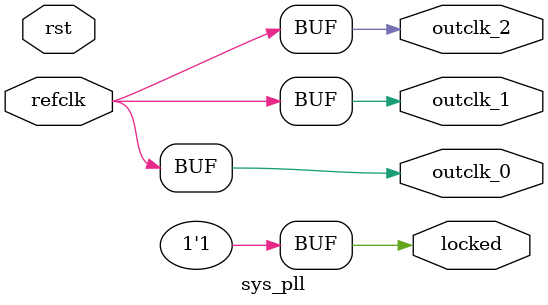
<source format=sv>

`timescale 1ns/10ps
module sys_pll (
	input  wire refclk,
	input  wire rst,
	output wire outclk_0, // 27 MHz
	output wire outclk_1, // 108 MHz
	output wire outclk_2, // ~25.175 MHz
	output wire locked
);

`ifdef QUARTUS

	altera_pll #(
		.fractional_vco_multiplier("false"),
		.reference_clock_frequency("50.0 MHz"),
		.operation_mode("direct"),
		.number_of_clocks(3),
		.output_clock_frequency0("27.000000 MHz"),
		.phase_shift0("0 ps"),
		.duty_cycle0(50),
		.output_clock_frequency1("108.000000 MHz"),
		.phase_shift1("0 ps"),
		.duty_cycle1(50),
		.output_clock_frequency2("25.116279 MHz"),
		.phase_shift2("0 ps"),
		.duty_cycle2(50),
		.output_clock_frequency3("0 MHz"),
		.phase_shift3("0 ps"),
		.duty_cycle3(50),
		.output_clock_frequency4("0 MHz"),
		.phase_shift4("0 ps"),
		.duty_cycle4(50),
		.output_clock_frequency5("0 MHz"),
		.phase_shift5("0 ps"),
		.duty_cycle5(50),
		.output_clock_frequency6("0 MHz"),
		.phase_shift6("0 ps"),
		.duty_cycle6(50),
		.output_clock_frequency7("0 MHz"),
		.phase_shift7("0 ps"),
		.duty_cycle7(50),
		.output_clock_frequency8("0 MHz"),
		.phase_shift8("0 ps"),
		.duty_cycle8(50),
		.output_clock_frequency9("0 MHz"),
		.phase_shift9("0 ps"),
		.duty_cycle9(50),
		.output_clock_frequency10("0 MHz"),
		.phase_shift10("0 ps"),
		.duty_cycle10(50),
		.output_clock_frequency11("0 MHz"),
		.phase_shift11("0 ps"),
		.duty_cycle11(50),
		.output_clock_frequency12("0 MHz"),
		.phase_shift12("0 ps"),
		.duty_cycle12(50),
		.output_clock_frequency13("0 MHz"),
		.phase_shift13("0 ps"),
		.duty_cycle13(50),
		.output_clock_frequency14("0 MHz"),
		.phase_shift14("0 ps"),
		.duty_cycle14(50),
		.output_clock_frequency15("0 MHz"),
		.phase_shift15("0 ps"),
		.duty_cycle15(50),
		.output_clock_frequency16("0 MHz"),
		.phase_shift16("0 ps"),
		.duty_cycle16(50),
		.output_clock_frequency17("0 MHz"),
		.phase_shift17("0 ps"),
		.duty_cycle17(50),
		.pll_type("General"),
		.pll_subtype("General")
	) altera_pll_i (
		.rst      (rst),
		.outclk   ({outclk_2, outclk_1, outclk_0}),
		.locked   (locked),
		.fboutclk ( ),
		.fbclk    (1'b0),
		.refclk   (refclk)
	);

`else
	// Simulation / non-Quartus: pass-through
	assign outclk_0 = refclk;
	assign outclk_1 = refclk;
	assign outclk_2 = refclk;
	assign locked   = 1'b1;
`endif

endmodule

</source>
